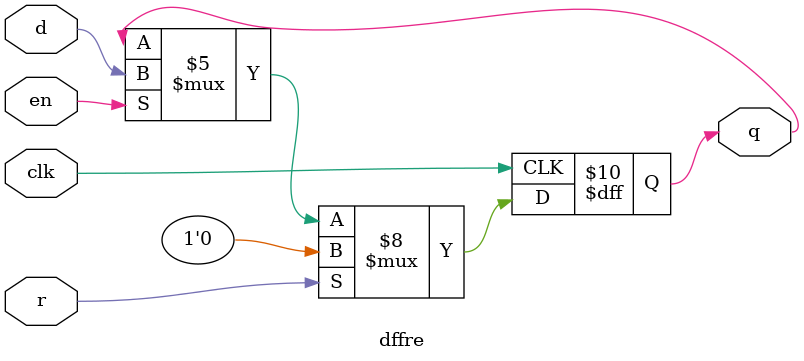
<source format=v>
module dffre(d, en, r, clk, q);
parameter n = 1;
output [n-1:0]  q;
input d, en, r, clk;
reg[n-1:0] q;

always@(posedge clk)
begin
    if(r == 1'b1)begin
        q <= 0;
    end
    else begin
        if(en == 1'b1)begin
            q <= d;
        end
        else begin
            q <= q;
        end
    end
end
endmodule
</source>
